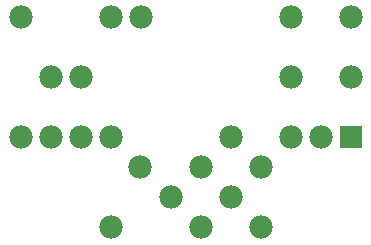
<source format=gbs>
G75*
%MOIN*%
%OFA0B0*%
%FSLAX25Y25*%
%IPPOS*%
%LPD*%
%AMOC8*
5,1,8,0,0,1.08239X$1,22.5*
%
%ADD10C,0.07800*%
%ADD11R,0.07800X0.07800*%
D10*
X0041157Y0011000D03*
X0061000Y0021000D03*
X0071000Y0011000D03*
X0081000Y0021000D03*
X0071000Y0031000D03*
X0081000Y0041000D03*
X0091000Y0031000D03*
X0101000Y0041000D03*
X0111000Y0041000D03*
X0101000Y0061000D03*
X0121000Y0061000D03*
X0121000Y0081000D03*
X0101000Y0081000D03*
X0051000Y0081000D03*
X0041000Y0081000D03*
X0031000Y0061000D03*
X0021000Y0061000D03*
X0011000Y0081000D03*
X0011000Y0041000D03*
X0021000Y0041000D03*
X0031000Y0041000D03*
X0041000Y0041000D03*
X0050843Y0031000D03*
X0091000Y0011000D03*
D11*
X0121000Y0041000D03*
M02*

</source>
